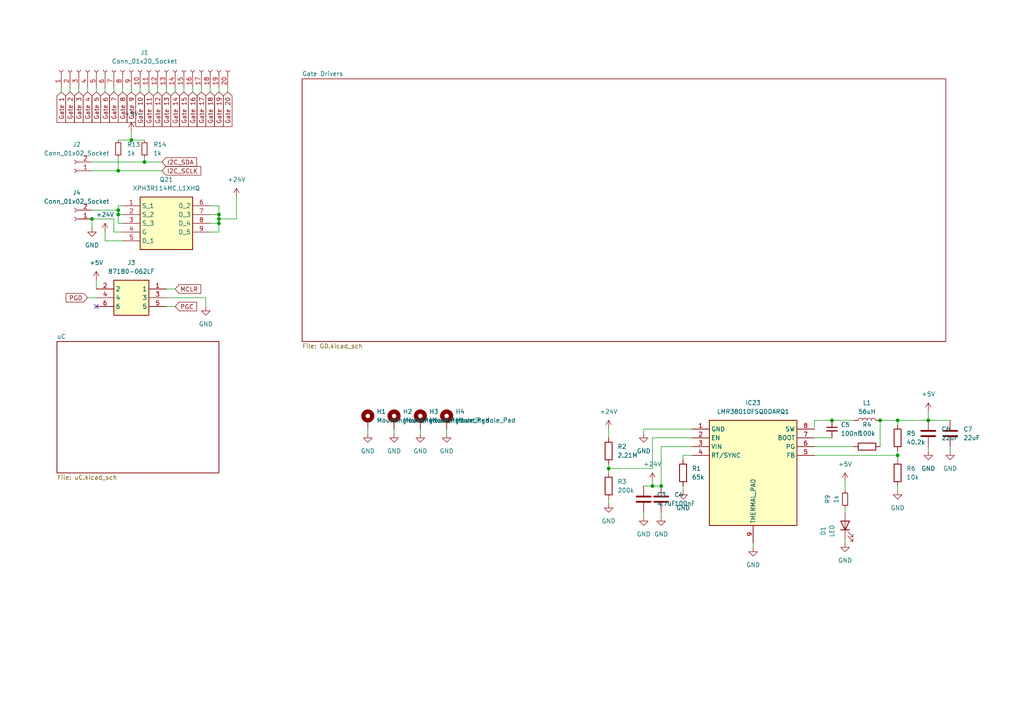
<source format=kicad_sch>
(kicad_sch (version 20230121) (generator eeschema)
  (paper "A4")
  (lib_symbols
    (symbol "87180-062LF:87180-062LF"
      (property "Reference" "J" (at 16.51 7.62 0))
      (property "Value" "87180-062LF" (at 16.51 5.08 0))
      (symbol "87180-062LF_1_1"
        (rectangle (start 5.08 2.54) (end 15.24 -7.62) (stroke (width 0.254)) (fill (type background)))
        (pin passive line (at 20.32 0 180) (length 5.08) (name "1") (number "1"))
        (pin passive line (at 0 0 0) (length 5.08) (name "2") (number "2"))
        (pin passive line (at 20.32 -2.54 180) (length 5.08) (name "3") (number "3"))
        (pin passive line (at 0 -2.54 0) (length 5.08) (name "4") (number "4"))
        (pin passive line (at 20.32 -5.08 180) (length 5.08) (name "5") (number "5"))
        (pin passive line (at 0 -5.08 0) (length 5.08) (name "6") (number "6"))
      )
    )
    (symbol "Connector:Conn_01x02_Socket" (pin_names (offset 1.016) hide)
      (property "Reference" "J" (at 0 2.54 0))
      (property "Value" "Conn_01x02_Socket" (at 0 -5.08 0))
      (symbol "Conn_01x02_Socket_1_1"
        (arc (start 0 -2.032) (mid -0.5058 -2.54) (end 0 -3.048) (stroke (width 0.1524)))
        (polyline (pts (xy -1.27 -2.54) (xy -0.508 -2.54)) (stroke (width 0.1524)))
        (polyline (pts (xy -1.27 0) (xy -0.508 0)) (stroke (width 0.1524)))
        (arc (start 0 0.508) (mid -0.5058 0) (end 0 -0.508) (stroke (width 0.1524)))
        (pin passive line (at -5.08 0 0) (length 3.81) (name "Pin_1") (number "1"))
        (pin passive line (at -5.08 -2.54 0) (length 3.81) (name "Pin_2") (number "2"))
      )
    )
    (symbol "Connector:Conn_01x20_Socket" (pin_names (offset 1.016) hide)
      (property "Reference" "J" (at 0 25.4 0))
      (property "Value" "Conn_01x20_Socket" (at 0 -27.94 0))
      (symbol "Conn_01x20_Socket_1_1"
        (arc (start 0 -24.892) (mid -0.5058 -25.4) (end 0 -25.908) (stroke (width 0.1524)))
        (arc (start 0 -22.352) (mid -0.5058 -22.86) (end 0 -23.368) (stroke (width 0.1524)))
        (arc (start 0 -19.812) (mid -0.5058 -20.32) (end 0 -20.828) (stroke (width 0.1524)))
        (arc (start 0 -17.272) (mid -0.5058 -17.78) (end 0 -18.288) (stroke (width 0.1524)))
        (arc (start 0 -14.732) (mid -0.5058 -15.24) (end 0 -15.748) (stroke (width 0.1524)))
        (arc (start 0 -12.192) (mid -0.5058 -12.7) (end 0 -13.208) (stroke (width 0.1524)))
        (arc (start 0 -9.652) (mid -0.5058 -10.16) (end 0 -10.668) (stroke (width 0.1524)))
        (arc (start 0 -7.112) (mid -0.5058 -7.62) (end 0 -8.128) (stroke (width 0.1524)))
        (arc (start 0 -4.572) (mid -0.5058 -5.08) (end 0 -5.588) (stroke (width 0.1524)))
        (arc (start 0 -2.032) (mid -0.5058 -2.54) (end 0 -3.048) (stroke (width 0.1524)))
        (polyline (pts (xy -1.27 -25.4) (xy -0.508 -25.4)) (stroke (width 0.1524)))
        (polyline (pts (xy -1.27 -22.86) (xy -0.508 -22.86)) (stroke (width 0.1524)))
        (polyline (pts (xy -1.27 -20.32) (xy -0.508 -20.32)) (stroke (width 0.1524)))
        (polyline (pts (xy -1.27 -17.78) (xy -0.508 -17.78)) (stroke (width 0.1524)))
        (polyline (pts (xy -1.27 -15.24) (xy -0.508 -15.24)) (stroke (width 0.1524)))
        (polyline (pts (xy -1.27 -12.7) (xy -0.508 -12.7)) (stroke (width 0.1524)))
        (polyline (pts (xy -1.27 -10.16) (xy -0.508 -10.16)) (stroke (width 0.1524)))
        (polyline (pts (xy -1.27 -7.62) (xy -0.508 -7.62)) (stroke (width 0.1524)))
        (polyline (pts (xy -1.27 -5.08) (xy -0.508 -5.08)) (stroke (width 0.1524)))
        (polyline (pts (xy -1.27 -2.54) (xy -0.508 -2.54)) (stroke (width 0.1524)))
        (polyline (pts (xy -1.27 0) (xy -0.508 0)) (stroke (width 0.1524)))
        (polyline (pts (xy -1.27 2.54) (xy -0.508 2.54)) (stroke (width 0.1524)))
        (polyline (pts (xy -1.27 5.08) (xy -0.508 5.08)) (stroke (width 0.1524)))
        (polyline (pts (xy -1.27 7.62) (xy -0.508 7.62)) (stroke (width 0.1524)))
        (polyline (pts (xy -1.27 10.16) (xy -0.508 10.16)) (stroke (width 0.1524)))
        (polyline (pts (xy -1.27 12.7) (xy -0.508 12.7)) (stroke (width 0.1524)))
        (polyline (pts (xy -1.27 15.24) (xy -0.508 15.24)) (stroke (width 0.1524)))
        (polyline (pts (xy -1.27 17.78) (xy -0.508 17.78)) (stroke (width 0.1524)))
        (polyline (pts (xy -1.27 20.32) (xy -0.508 20.32)) (stroke (width 0.1524)))
        (polyline (pts (xy -1.27 22.86) (xy -0.508 22.86)) (stroke (width 0.1524)))
        (arc (start 0 0.508) (mid -0.5058 0) (end 0 -0.508) (stroke (width 0.1524)))
        (arc (start 0 3.048) (mid -0.5058 2.54) (end 0 2.032) (stroke (width 0.1524)))
        (arc (start 0 5.588) (mid -0.5058 5.08) (end 0 4.572) (stroke (width 0.1524)))
        (arc (start 0 8.128) (mid -0.5058 7.62) (end 0 7.112) (stroke (width 0.1524)))
        (arc (start 0 10.668) (mid -0.5058 10.16) (end 0 9.652) (stroke (width 0.1524)))
        (arc (start 0 13.208) (mid -0.5058 12.7) (end 0 12.192) (stroke (width 0.1524)))
        (arc (start 0 15.748) (mid -0.5058 15.24) (end 0 14.732) (stroke (width 0.1524)))
        (arc (start 0 18.288) (mid -0.5058 17.78) (end 0 17.272) (stroke (width 0.1524)))
        (arc (start 0 20.828) (mid -0.5058 20.32) (end 0 19.812) (stroke (width 0.1524)))
        (arc (start 0 23.368) (mid -0.5058 22.86) (end 0 22.352) (stroke (width 0.1524)))
        (pin passive line (at -5.08 22.86 0) (length 3.81) (name "Pin_1") (number "1"))
        (pin passive line (at -5.08 0 0) (length 3.81) (name "Pin_10") (number "10"))
        (pin passive line (at -5.08 -2.54 0) (length 3.81) (name "Pin_11") (number "11"))
        (pin passive line (at -5.08 -5.08 0) (length 3.81) (name "Pin_12") (number "12"))
        (pin passive line (at -5.08 -7.62 0) (length 3.81) (name "Pin_13") (number "13"))
        (pin passive line (at -5.08 -10.16 0) (length 3.81) (name "Pin_14") (number "14"))
        (pin passive line (at -5.08 -12.7 0) (length 3.81) (name "Pin_15") (number "15"))
        (pin passive line (at -5.08 -15.24 0) (length 3.81) (name "Pin_16") (number "16"))
        (pin passive line (at -5.08 -17.78 0) (length 3.81) (name "Pin_17") (number "17"))
        (pin passive line (at -5.08 -20.32 0) (length 3.81) (name "Pin_18") (number "18"))
        (pin passive line (at -5.08 -22.86 0) (length 3.81) (name "Pin_19") (number "19"))
        (pin passive line (at -5.08 20.32 0) (length 3.81) (name "Pin_2") (number "2"))
        (pin passive line (at -5.08 -25.4 0) (length 3.81) (name "Pin_20") (number "20"))
        (pin passive line (at -5.08 17.78 0) (length 3.81) (name "Pin_3") (number "3"))
        (pin passive line (at -5.08 15.24 0) (length 3.81) (name "Pin_4") (number "4"))
        (pin passive line (at -5.08 12.7 0) (length 3.81) (name "Pin_5") (number "5"))
        (pin passive line (at -5.08 10.16 0) (length 3.81) (name "Pin_6") (number "6"))
        (pin passive line (at -5.08 7.62 0) (length 3.81) (name "Pin_7") (number "7"))
        (pin passive line (at -5.08 5.08 0) (length 3.81) (name "Pin_8") (number "8"))
        (pin passive line (at -5.08 2.54 0) (length 3.81) (name "Pin_9") (number "9"))
      )
    )
    (symbol "Device:C" (pin_numbers hide) (pin_names (offset 0.254))
      (property "Reference" "C" (at 0.635 2.54 0))
      (property "Value" "C" (at 0.635 -2.54 0))
      (symbol "C_0_1"
        (polyline (pts (xy -2.032 -0.762) (xy 2.032 -0.762)) (stroke (width 0.508)))
        (polyline (pts (xy -2.032 0.762) (xy 2.032 0.762)) (stroke (width 0.508)))
      )
      (symbol "C_1_1"
        (pin passive line (at 0 3.81 270) (length 2.794) (name "~") (number "1"))
        (pin passive line (at 0 -3.81 90) (length 2.794) (name "~") (number "2"))
      )
    )
    (symbol "Device:C_Small" (pin_numbers hide) (pin_names (offset 0.254) hide)
      (property "Reference" "C" (at 0.254 1.778 0))
      (property "Value" "C_Small" (at 0.254 -2.032 0))
      (symbol "C_Small_0_1"
        (polyline (pts (xy -1.524 -0.508) (xy 1.524 -0.508)) (stroke (width 0.3302)))
        (polyline (pts (xy -1.524 0.508) (xy 1.524 0.508)) (stroke (width 0.3048)))
      )
      (symbol "C_Small_1_1"
        (pin passive line (at 0 2.54 270) (length 2.032) (name "~") (number "1"))
        (pin passive line (at 0 -2.54 90) (length 2.032) (name "~") (number "2"))
      )
    )
    (symbol "Device:L" (pin_numbers hide) (pin_names (offset 1.016) hide)
      (property "Reference" "L" (at -1.27 0 90))
      (property "Value" "L" (at 1.905 0 90))
      (symbol "L_0_1"
        (arc (start 0 -2.54) (mid 0.6323 -1.905) (end 0 -1.27))
        (arc (start 0 -1.27) (mid 0.6323 -0.635) (end 0 0))
        (arc (start 0 0) (mid 0.6323 0.635) (end 0 1.27))
        (arc (start 0 1.27) (mid 0.6323 1.905) (end 0 2.54))
      )
      (symbol "L_1_1"
        (pin passive line (at 0 3.81 270) (length 1.27) (name "1") (number "1"))
        (pin passive line (at 0 -3.81 90) (length 1.27) (name "2") (number "2"))
      )
    )
    (symbol "Device:LED" (pin_numbers hide) (pin_names (offset 1.016) hide)
      (property "Reference" "D" (at 0 2.54 0))
      (property "Value" "LED" (at 0 -2.54 0))
      (symbol "LED_0_1"
        (polyline (pts (xy -1.27 -1.27) (xy -1.27 1.27)) (stroke (width 0.254)))
        (polyline (pts (xy -1.27 0) (xy 1.27 0)))
        (polyline (pts (xy 1.27 -1.27) (xy 1.27 1.27) (xy -1.27 0) (xy 1.27 -1.27)) (stroke (width 0.254)))
        (polyline (pts (xy -3.048 -0.762) (xy -4.572 -2.286) (xy -3.81 -2.286) (xy -4.572 -2.286) (xy -4.572 -1.524)))
        (polyline (pts (xy -1.778 -0.762) (xy -3.302 -2.286) (xy -2.54 -2.286) (xy -3.302 -2.286) (xy -3.302 -1.524)))
      )
      (symbol "LED_1_1"
        (pin passive line (at -3.81 0 0) (length 2.54) (name "K") (number "1"))
        (pin passive line (at 3.81 0 180) (length 2.54) (name "A") (number "2"))
      )
    )
    (symbol "Device:R" (pin_numbers hide) (pin_names (offset 0))
      (property "Reference" "R" (at 2.032 0 90))
      (property "Value" "R" (at 0 0 90))
      (symbol "R_0_1"
        (rectangle (start -1.016 -2.54) (end 1.016 2.54) (stroke (width 0.254)))
      )
      (symbol "R_1_1"
        (pin passive line (at 0 3.81 270) (length 1.27) (name "~") (number "1"))
        (pin passive line (at 0 -3.81 90) (length 1.27) (name "~") (number "2"))
      )
    )
    (symbol "Device:R_Small" (pin_numbers hide) (pin_names (offset 0.254) hide)
      (property "Reference" "R" (at 0.762 0.508 0))
      (property "Value" "R_Small" (at 0.762 -1.016 0))
      (symbol "R_Small_0_1"
        (rectangle (start -0.762 1.778) (end 0.762 -1.778) (stroke (width 0.2032)))
      )
      (symbol "R_Small_1_1"
        (pin passive line (at 0 2.54 270) (length 0.762) (name "~") (number "1"))
        (pin passive line (at 0 -2.54 90) (length 0.762) (name "~") (number "2"))
      )
    )
    (symbol "LMR38010FSQDDARQ1:LMR38010FSQDDARQ1"
      (property "Reference" "IC" (at 31.75 7.62 0))
      (property "Value" "LMR38010FSQDDARQ1" (at 31.75 5.08 0))
      (symbol "LMR38010FSQDDARQ1_1_1"
        (rectangle (start 5.08 2.54) (end 30.48 -27.94) (stroke (width 0.254)) (fill (type background)))
        (pin passive line (at 0 0 0) (length 5.08) (name "GND") (number "1"))
        (pin passive line (at 0 -2.54 0) (length 5.08) (name "EN") (number "2"))
        (pin passive line (at 0 -5.08 0) (length 5.08) (name "VIN") (number "3"))
        (pin passive line (at 0 -7.62 0) (length 5.08) (name "RT/SYNC") (number "4"))
        (pin passive line (at 35.56 -7.62 180) (length 5.08) (name "FB") (number "5"))
        (pin passive line (at 35.56 -5.08 180) (length 5.08) (name "PG") (number "6"))
        (pin passive line (at 35.56 -2.54 180) (length 5.08) (name "BOOT") (number "7"))
        (pin passive line (at 35.56 0 180) (length 5.08) (name "SW") (number "8"))
        (pin passive line (at 17.78 -33.02 90) (length 5.08) (name "THERMAL_PAD") (number "9"))
      )
    )
    (symbol "Mechanical:MountingHole_Pad" (pin_numbers hide) (pin_names (offset 1.016) hide)
      (property "Reference" "H" (at 0 6.35 0))
      (property "Value" "MountingHole_Pad" (at 0 4.445 0))
      (symbol "MountingHole_Pad_0_1"
        (circle (center 0 1.27) (radius 1.27) (stroke (width 1.27)))
      )
      (symbol "MountingHole_Pad_1_1"
        (pin input line (at 0 -2.54 90) (length 2.54) (name "1") (number "1"))
      )
    )
    (symbol "XPH3R114MC_L1XHQ:XPH3R114MC,L1XHQ"
      (property "Reference" "Q" (at 21.59 7.62 0))
      (property "Value" "XPH3R114MC,L1XHQ" (at 21.59 5.08 0))
      (symbol "XPH3R114MC,L1XHQ_1_1"
        (rectangle (start 5.08 2.54) (end 20.32 -12.7) (stroke (width 0.254)) (fill (type background)))
        (pin passive line (at 0 0 0) (length 5.08) (name "S_1") (number "1"))
        (pin passive line (at 0 -2.54 0) (length 5.08) (name "S_2") (number "2"))
        (pin passive line (at 0 -5.08 0) (length 5.08) (name "S_3") (number "3"))
        (pin passive line (at 0 -7.62 0) (length 5.08) (name "G") (number "4"))
        (pin passive line (at 0 -10.16 0) (length 5.08) (name "D_1") (number "5"))
        (pin passive line (at 25.4 0 180) (length 5.08) (name "D_2") (number "6"))
        (pin passive line (at 25.4 -2.54 180) (length 5.08) (name "D_3") (number "7"))
        (pin passive line (at 25.4 -5.08 180) (length 5.08) (name "D_4") (number "8"))
        (pin passive line (at 25.4 -7.62 180) (length 5.08) (name "D_5") (number "9"))
      )
    )
    (symbol "power:+24V" (power) (pin_names (offset 0))
      (property "Value" "+24V" (at 0 3.556 0))
      (symbol "+24V_0_1"
        (polyline (pts (xy -0.762 1.27) (xy 0 2.54)))
        (polyline (pts (xy 0 0) (xy 0 2.54)))
        (polyline (pts (xy 0 2.54) (xy 0.762 1.27)))
      )
      (symbol "+24V_1_1"
        (pin power_in line (at 0 0 90) (length 0) hide (name "+24V") (number "1"))
      )
    )
    (symbol "power:+5V" (power) (pin_names (offset 0))
      (property "Value" "+5V" (at 0 3.556 0))
      (symbol "+5V_0_1"
        (polyline (pts (xy -0.762 1.27) (xy 0 2.54)))
        (polyline (pts (xy 0 0) (xy 0 2.54)))
        (polyline (pts (xy 0 2.54) (xy 0.762 1.27)))
      )
      (symbol "+5V_1_1"
        (pin power_in line (at 0 0 90) (length 0) hide (name "+5V") (number "1"))
      )
    )
    (symbol "power:GND" (power) (pin_names (offset 0))
      (property "Value" "GND" (at 0 -3.81 0))
      (symbol "GND_0_1"
        (polyline (pts (xy 0 0) (xy 0 -1.27) (xy 1.27 -1.27) (xy 0 -2.54) (xy -1.27 -1.27) (xy 0 -1.27)))
      )
      (symbol "GND_1_1"
        (pin power_in line (at 0 0 270) (length 0) hide (name "GND") (number "1"))
      )
    )
  )
  (junction (at 260.35 121.92))
  (junction (at 269.24 121.92))
  (junction (at 260.35 132.08))
  (junction (at 241.3 121.92))
  (junction (at 255.27 121.92))
  (junction (at 34.29 62.23))
  (junction (at 63.5 62.23))
  (junction (at 176.53 135.89))
  (junction (at 63.5 64.77))
  (junction (at 34.29 60.96))
  (junction (at 41.91 46.99))
  (junction (at 189.23 140.97))
  (junction (at 38.1 40.64))
  (junction (at 34.29 49.53))
  (junction (at 26.67 63.5))
  (junction (at 63.5 63.5))
  (junction (at 191.77 140.97))
  (no_connect (at 27.94 88.9))
  (wire (pts (xy 17.78 25.4) (xy 17.78 26.67)))
  (wire (pts (xy 40.64 25.4) (xy 40.64 26.67)))
  (wire (pts (xy 245.11 148.59) (xy 245.11 147.32)))
  (wire (pts (xy 260.35 130.81) (xy 260.35 132.08)))
  (wire (pts (xy 189.23 127) (xy 189.23 135.89)))
  (wire (pts (xy 34.29 60.96) (xy 34.29 62.23)))
  (wire (pts (xy 189.23 139.7) (xy 189.23 140.97)))
  (wire (pts (xy 60.96 64.77) (xy 63.5 64.77)))
  (wire (pts (xy 38.1 25.4) (xy 38.1 26.67)))
  (wire (pts (xy 241.3 121.92) (xy 247.65 121.92)))
  (wire (pts (xy 186.69 124.46) (xy 200.66 124.46)))
  (wire (pts (xy 106.68 124.46) (xy 106.68 125.73)))
  (wire (pts (xy 60.96 67.31) (xy 63.5 67.31)))
  (wire (pts (xy 186.69 148.59) (xy 186.69 149.86)))
  (wire (pts (xy 176.53 134.62) (xy 176.53 135.89)))
  (wire (pts (xy 55.88 25.4) (xy 55.88 26.67)))
  (wire (pts (xy 30.48 25.4) (xy 30.48 26.67)))
  (wire (pts (xy 33.02 67.31) (xy 35.56 67.31)))
  (wire (pts (xy 68.58 57.15) (xy 68.58 63.5)))
  (wire (pts (xy 30.48 69.85) (xy 35.56 69.85)))
  (wire (pts (xy 20.32 25.4) (xy 20.32 26.67)))
  (wire (pts (xy 269.24 119.38) (xy 269.24 121.92)))
  (wire (pts (xy 236.22 129.54) (xy 247.65 129.54)))
  (wire (pts (xy 34.29 49.53) (xy 46.99 49.53)))
  (wire (pts (xy 60.96 25.4) (xy 60.96 26.67)))
  (wire (pts (xy 41.91 46.99) (xy 46.99 46.99)))
  (wire (pts (xy 30.48 67.31) (xy 30.48 69.85)))
  (wire (pts (xy 26.67 63.5) (xy 33.02 63.5)))
  (wire (pts (xy 25.4 86.36) (xy 27.94 86.36)))
  (wire (pts (xy 34.29 62.23) (xy 34.29 64.77)))
  (wire (pts (xy 66.04 25.4) (xy 66.04 26.67)))
  (wire (pts (xy 26.67 46.99) (xy 41.91 46.99)))
  (wire (pts (xy 26.67 60.96) (xy 34.29 60.96)))
  (wire (pts (xy 63.5 59.69) (xy 63.5 62.23)))
  (wire (pts (xy 60.96 62.23) (xy 63.5 62.23)))
  (wire (pts (xy 245.11 139.7) (xy 245.11 142.24)))
  (wire (pts (xy 22.86 25.4) (xy 22.86 26.67)))
  (wire (pts (xy 48.26 83.82) (xy 50.8 83.82)))
  (wire (pts (xy 236.22 121.92) (xy 241.3 121.92)))
  (wire (pts (xy 41.91 45.72) (xy 41.91 46.99)))
  (wire (pts (xy 176.53 144.78) (xy 176.53 146.05)))
  (wire (pts (xy 176.53 135.89) (xy 176.53 137.16)))
  (wire (pts (xy 186.69 124.46) (xy 186.69 125.73)))
  (wire (pts (xy 189.23 127) (xy 200.66 127)))
  (wire (pts (xy 236.22 127) (xy 241.3 127)))
  (wire (pts (xy 176.53 135.89) (xy 189.23 135.89)))
  (wire (pts (xy 218.44 157.48) (xy 218.44 158.75)))
  (wire (pts (xy 63.5 62.23) (xy 63.5 63.5)))
  (wire (pts (xy 59.69 86.36) (xy 59.69 88.9)))
  (wire (pts (xy 34.29 64.77) (xy 35.56 64.77)))
  (wire (pts (xy 269.24 121.92) (xy 275.59 121.92)))
  (wire (pts (xy 260.35 121.92) (xy 269.24 121.92)))
  (wire (pts (xy 48.26 25.4) (xy 48.26 26.67)))
  (wire (pts (xy 25.4 25.4) (xy 25.4 26.67)))
  (wire (pts (xy 48.26 88.9) (xy 50.8 88.9)))
  (wire (pts (xy 26.67 63.5) (xy 26.67 66.04)))
  (wire (pts (xy 45.72 25.4) (xy 45.72 26.67)))
  (wire (pts (xy 121.92 124.46) (xy 121.92 125.73)))
  (wire (pts (xy 27.94 25.4) (xy 27.94 26.67)))
  (wire (pts (xy 34.29 45.72) (xy 34.29 49.53)))
  (wire (pts (xy 275.59 129.54) (xy 275.59 130.81)))
  (wire (pts (xy 191.77 129.54) (xy 200.66 129.54)))
  (wire (pts (xy 38.1 40.64) (xy 41.91 40.64)))
  (wire (pts (xy 50.8 25.4) (xy 50.8 26.67)))
  (wire (pts (xy 43.18 25.4) (xy 43.18 26.67)))
  (wire (pts (xy 58.42 25.4) (xy 58.42 26.67)))
  (wire (pts (xy 260.35 121.92) (xy 260.35 123.19)))
  (wire (pts (xy 63.5 63.5) (xy 63.5 64.77)))
  (wire (pts (xy 63.5 25.4) (xy 63.5 26.67)))
  (wire (pts (xy 176.53 124.46) (xy 176.53 127)))
  (wire (pts (xy 189.23 140.97) (xy 191.77 140.97)))
  (wire (pts (xy 198.12 132.08) (xy 200.66 132.08)))
  (wire (pts (xy 26.67 49.53) (xy 34.29 49.53)))
  (wire (pts (xy 35.56 25.4) (xy 35.56 26.67)))
  (wire (pts (xy 269.24 129.54) (xy 269.24 130.81)))
  (wire (pts (xy 63.5 63.5) (xy 68.58 63.5)))
  (wire (pts (xy 114.3 124.46) (xy 114.3 125.73)))
  (wire (pts (xy 34.29 62.23) (xy 35.56 62.23)))
  (wire (pts (xy 63.5 64.77) (xy 63.5 67.31)))
  (wire (pts (xy 191.77 129.54) (xy 191.77 140.97)))
  (wire (pts (xy 27.94 81.28) (xy 27.94 83.82)))
  (wire (pts (xy 186.69 140.97) (xy 189.23 140.97)))
  (wire (pts (xy 33.02 63.5) (xy 33.02 67.31)))
  (wire (pts (xy 191.77 148.59) (xy 191.77 149.86)))
  (wire (pts (xy 260.35 132.08) (xy 260.35 133.35)))
  (wire (pts (xy 34.29 59.69) (xy 34.29 60.96)))
  (wire (pts (xy 260.35 140.97) (xy 260.35 142.24)))
  (wire (pts (xy 245.11 156.21) (xy 245.11 157.48)))
  (wire (pts (xy 48.26 86.36) (xy 59.69 86.36)))
  (wire (pts (xy 60.96 59.69) (xy 63.5 59.69)))
  (wire (pts (xy 34.29 59.69) (xy 35.56 59.69)))
  (wire (pts (xy 34.29 40.64) (xy 38.1 40.64)))
  (wire (pts (xy 38.1 38.1) (xy 38.1 40.64)))
  (wire (pts (xy 33.02 25.4) (xy 33.02 26.67)))
  (wire (pts (xy 198.12 132.08) (xy 198.12 133.35)))
  (wire (pts (xy 198.12 140.97) (xy 198.12 142.24)))
  (wire (pts (xy 129.54 124.46) (xy 129.54 125.73)))
  (wire (pts (xy 53.34 25.4) (xy 53.34 26.67)))
  (wire (pts (xy 255.27 121.92) (xy 255.27 129.54)))
  (wire (pts (xy 236.22 132.08) (xy 260.35 132.08)))
  (wire (pts (xy 255.27 121.92) (xy 260.35 121.92)))
  (wire (pts (xy 236.22 121.92) (xy 236.22 124.46)))
  (global_label "Gate 15" (shape input) (at 53.34 26.67 270) (property "Intersheetrefs" "${INTERSHEET_REFS}" (effects hide)))
  (global_label "MCLR" (shape input) (at 50.8 83.82 0) (property "Intersheetrefs" "${INTERSHEET_REFS}" (effects hide)))
  (global_label "Gate 5" (shape input) (at 27.94 26.67 270) (property "Intersheetrefs" "${INTERSHEET_REFS}" (effects hide)))
  (global_label "Gate 8" (shape input) (at 35.56 26.67 270) (property "Intersheetrefs" "${INTERSHEET_REFS}" (effects hide)))
  (global_label "Gate 20" (shape input) (at 66.04 26.67 270) (property "Intersheetrefs" "${INTERSHEET_REFS}" (effects hide)))
  (global_label "Gate 3" (shape input) (at 22.86 26.67 270) (property "Intersheetrefs" "${INTERSHEET_REFS}" (effects hide)))
  (global_label "Gate 18" (shape input) (at 60.96 26.67 270) (property "Intersheetrefs" "${INTERSHEET_REFS}" (effects hide)))
  (global_label "Gate 11" (shape input) (at 43.18 26.67 270) (property "Intersheetrefs" "${INTERSHEET_REFS}" (effects hide)))
  (global_label "Gate 12" (shape input) (at 45.72 26.67 270) (property "Intersheetrefs" "${INTERSHEET_REFS}" (effects hide)))
  (global_label "I2C_SDA" (shape input) (at 46.99 46.99 0) (property "Intersheetrefs" "I2C{SDA}" (effects hide)))
  (global_label "Gate 16" (shape input) (at 55.88 26.67 270) (property "Intersheetrefs" "${INTERSHEET_REFS}" (effects hide)))
  (global_label "Gate 10" (shape input) (at 40.64 26.67 270) (property "Intersheetrefs" "${INTERSHEET_REFS}" (effects hide)))
  (global_label "Gate 7" (shape input) (at 33.02 26.67 270) (property "Intersheetrefs" "${INTERSHEET_REFS}" (effects hide)))
  (global_label "Gate 4" (shape input) (at 25.4 26.67 270) (property "Intersheetrefs" "${INTERSHEET_REFS}" (effects hide)))
  (global_label "Gate 9" (shape input) (at 38.1 26.67 270) (property "Intersheetrefs" "${INTERSHEET_REFS}" (effects hide)))
  (global_label "Gate 2" (shape input) (at 20.32 26.67 270) (property "Intersheetrefs" "${INTERSHEET_REFS}" (effects hide)))
  (global_label "Gate 1" (shape input) (at 17.78 26.67 270) (property "Intersheetrefs" "${INTERSHEET_REFS}" (effects hide)))
  (global_label "Gate 13" (shape input) (at 48.26 26.67 270) (property "Intersheetrefs" "${INTERSHEET_REFS}" (effects hide)))
  (global_label "I2C_SCLK" (shape input) (at 46.99 49.53 0) (property "Intersheetrefs" "I2C{SCLK}" (effects hide)))
  (global_label "Gate 17" (shape input) (at 58.42 26.67 270) (property "Intersheetrefs" "${INTERSHEET_REFS}" (effects hide)))
  (global_label "Gate 6" (shape input) (at 30.48 26.67 270) (property "Intersheetrefs" "${INTERSHEET_REFS}" (effects hide)))
  (global_label "PGD" (shape input) (at 25.4 86.36 180) (property "Intersheetrefs" "${INTERSHEET_REFS}" (effects hide)))
  (global_label "PGC" (shape input) (at 50.8 88.9 0) (property "Intersheetrefs" "${INTERSHEET_REFS}" (effects hide)))
  (global_label "Gate 19" (shape input) (at 63.5 26.67 270) (property "Intersheetrefs" "${INTERSHEET_REFS}" (effects hide)))
  (global_label "Gate 14" (shape input) (at 50.8 26.67 270) (property "Intersheetrefs" "${INTERSHEET_REFS}" (effects hide)))
  (symbol (lib_id "Connector:Conn_01x02_Socket") (at 21.59 49.53 180) (unit 1)
    (property "Reference" "J2" (at 22.225 41.91 0))
    (property "Value" "Conn_01x02_Socket" (at 22.225 44.45 0))
    (property "Footprint" "Library:43045-02YY" (effects hide))
  )
  (symbol (lib_id "Device:C_Small") (at 241.3 124.46 0) (unit 1)
    (property "Reference" "C5" (at 243.84 123.1963 0) (effects (justify left)))
    (property "Value" "100nF" (at 243.84 125.7363 0) (effects (justify left)))
    (property "Footprint" "Capacitor_SMD:C_0805_2012Metric_Pad1.18x1.45mm_HandSolder" (effects hide))
  )
  (symbol (lib_id "power:GND") (at 275.59 130.81 0) (unit 1)
    (property "Reference" "#PWR047" (effects hide))
    (property "Value" "GND" (at 275.59 135.89 0))
  )
  (symbol (lib_id "power:+24V") (at 30.48 67.31 0) (unit 1)
    (property "Reference" "#PWR068" (effects hide))
    (property "Value" "+24V" (at 30.48 62.23 0))
  )
  (symbol (lib_id "power:GND") (at 198.12 142.24 0) (unit 1)
    (property "Reference" "#PWR039" (effects hide))
    (property "Value" "GND" (at 198.12 147.32 0))
  )
  (symbol (lib_id "Mechanical:MountingHole_Pad") (at 121.92 121.92 0) (unit 1)
    (property "Reference" "H3" (at 124.46 119.38 0) (effects (justify left)))
    (property "Value" "MountingHole_Pad" (at 124.46 121.92 0) (effects (justify left)))
    (property "Footprint" "MountingHole:MountingHole_4.5mm_Pad" (effects hide))
  )
  (symbol (lib_id "power:GND") (at 269.24 130.81 0) (unit 1)
    (property "Reference" "#PWR046" (effects hide))
    (property "Value" "GND" (at 269.24 135.89 0))
  )
  (symbol (lib_id "power:+5V") (at 269.24 119.38 0) (unit 1)
    (property "Reference" "#PWR048" (effects hide))
    (property "Value" "+5V" (at 269.24 114.3 0))
  )
  (symbol (lib_id "Device:R") (at 251.46 129.54 90) (unit 1)
    (property "Reference" "R4" (at 251.46 123.19 90))
    (property "Value" "100k" (at 251.46 125.73 90))
    (property "Footprint" "Resistor_SMD:R_0805_2012Metric_Pad1.20x1.40mm_HandSolder" (effects hide))
  )
  (symbol (lib_id "power:GND") (at 191.77 149.86 0) (unit 1)
    (property "Reference" "#PWR043" (effects hide))
    (property "Value" "GND" (at 191.77 154.94 0))
  )
  (symbol (lib_id "power:+5V") (at 27.94 81.28 0) (unit 1)
    (property "Reference" "#PWR062" (effects hide))
    (property "Value" "+5V" (at 27.94 76.2 0))
  )
  (symbol (lib_id "Connector:Conn_01x20_Socket") (at 40.64 20.32 90) (unit 1)
    (property "Reference" "J1" (at 41.91 15.24 90))
    (property "Value" "Conn_01x20_Socket" (at 41.91 17.78 90))
    (property "Footprint" "Library:43045-20_00,01,02,10_" (effects hide))
  )
  (symbol (lib_id "Device:C") (at 186.69 144.78 0) (unit 1)
    (property "Reference" "C3" (at 190.5 143.51 0) (effects (justify left)))
    (property "Value" "4.7uF" (at 190.5 146.05 0) (effects (justify left)))
    (property "Footprint" "Capacitor_SMD:C_0805_2012Metric_Pad1.18x1.45mm_HandSolder" (effects hide))
  )
  (symbol (lib_id "Device:C") (at 191.77 144.78 0) (unit 1)
    (property "Reference" "C4" (at 195.58 143.51 0) (effects (justify left)))
    (property "Value" "100nF" (at 195.58 146.05 0) (effects (justify left)))
    (property "Footprint" "Capacitor_SMD:C_0805_2012Metric_Pad1.18x1.45mm_HandSolder" (effects hide))
  )
  (symbol (lib_id "power:GND") (at 26.67 66.04 0) (unit 1)
    (property "Reference" "#PWR066" (effects hide))
    (property "Value" "GND" (at 26.67 71.12 0))
  )
  (symbol (lib_id "87180-062LF:87180-062LF") (at 27.94 83.82 0) (unit 1)
    (property "Reference" "J3" (at 38.1 76.2 0))
    (property "Value" "87180-062LF" (at 38.1 78.74 0))
    (property "Footprint" "Library:87180062LF" (effects hide))
    (property "Datasheet" "https://cdn.amphenol-cs.com/media/wysiwyg/files/drawing/87180.pdf" (effects hide))
    (property "Height" "11.55" (effects hide))
    (property "Mouser Part Number" "649-87180-062LF" (effects hide))
    (property "Mouser Price/Stock" "https://www.mouser.co.uk/ProductDetail/Amphenol-FCI/87180-062LF?qs=dzoBT28%252BaSRhLtBQpiuXZw%3D%3D" (effects hide))
    (property "Manufacturer_Name" "Amphenol Communications Solutions" (effects hide))
    (property "Manufacturer_Part_Number" "87180-062LF" (effects hide))
  )
  (symbol (lib_id "power:GND") (at 186.69 149.86 0) (unit 1)
    (property "Reference" "#PWR042" (effects hide))
    (property "Value" "GND" (at 186.69 154.94 0))
  )
  (symbol (lib_id "power:GND") (at 121.92 125.73 0) (unit 1)
    (property "Reference" "#PWR073" (effects hide))
    (property "Value" "GND" (at 121.92 130.81 0))
  )
  (symbol (lib_id "power:+24V") (at 176.53 124.46 0) (unit 1)
    (property "Reference" "#PWR038" (effects hide))
    (property "Value" "+24V" (at 176.53 119.38 0))
  )
  (symbol (lib_id "Mechanical:MountingHole_Pad") (at 129.54 121.92 0) (unit 1)
    (property "Reference" "H4" (at 132.08 119.38 0) (effects (justify left)))
    (property "Value" "MountingHole_Pad" (at 132.08 121.92 0) (effects (justify left)))
    (property "Footprint" "MountingHole:MountingHole_4.5mm_Pad" (effects hide))
  )
  (symbol (lib_id "Mechanical:MountingHole_Pad") (at 114.3 121.92 0) (unit 1)
    (property "Reference" "H2" (at 116.84 119.38 0) (effects (justify left)))
    (property "Value" "MountingHole_Pad" (at 116.84 121.92 0) (effects (justify left)))
    (property "Footprint" "MountingHole:MountingHole_4.5mm_Pad" (effects hide))
  )
  (symbol (lib_id "power:GND") (at 176.53 146.05 0) (unit 1)
    (property "Reference" "#PWR040" (effects hide))
    (property "Value" "GND" (at 176.53 151.13 0))
  )
  (symbol (lib_id "power:GND") (at 186.69 125.73 0) (unit 1)
    (property "Reference" "#PWR037" (effects hide))
    (property "Value" "GND" (at 186.69 130.81 0))
  )
  (symbol (lib_id "power:GND") (at 106.68 125.73 0) (unit 1)
    (property "Reference" "#PWR071" (effects hide))
    (property "Value" "GND" (at 106.68 130.81 0))
  )
  (symbol (lib_id "Device:R") (at 198.12 137.16 0) (unit 1)
    (property "Reference" "R1" (at 200.66 135.89 0) (effects (justify left)))
    (property "Value" "65k" (at 200.66 138.43 0) (effects (justify left)))
    (property "Footprint" "Resistor_SMD:R_0805_2012Metric_Pad1.20x1.40mm_HandSolder" (effects hide))
  )
  (symbol (lib_id "Device:R") (at 176.53 130.81 0) (unit 1)
    (property "Reference" "R2" (at 179.07 129.54 0) (effects (justify left)))
    (property "Value" "2.21M" (at 179.07 132.08 0) (effects (justify left)))
    (property "Footprint" "Resistor_SMD:R_0805_2012Metric_Pad1.20x1.40mm_HandSolder" (effects hide))
  )
  (symbol (lib_id "power:+5V") (at 38.1 38.1 0) (unit 1)
    (property "Reference" "#PWR061" (effects hide))
    (property "Value" "+5V" (at 38.1 33.02 0))
  )
  (symbol (lib_id "Device:C") (at 275.59 125.73 0) (unit 1)
    (property "Reference" "C7" (at 279.4 124.46 0) (effects (justify left)))
    (property "Value" "22uF" (at 279.4 127 0) (effects (justify left)))
    (property "Footprint" "Library:EEHZT1E331UP" (effects hide))
  )
  (symbol (lib_id "Device:R") (at 260.35 137.16 0) (unit 1)
    (property "Reference" "R6" (at 262.89 135.89 0) (effects (justify left)))
    (property "Value" "10k" (at 262.89 138.43 0) (effects (justify left)))
    (property "Footprint" "Resistor_SMD:R_0805_2012Metric_Pad1.20x1.40mm_HandSolder" (effects hide))
  )
  (symbol (lib_id "XPH3R114MC_L1XHQ:XPH3R114MC,L1XHQ") (at 35.56 59.69 0) (unit 1)
    (property "Reference" "Q21" (at 48.26 52.07 0))
    (property "Value" "XPH3R114MC,L1XHQ" (at 48.26 54.61 0))
    (property "Footprint" "Library:XPH3R114MCL1XHQ" (effects hide))
    (property "Datasheet" "http://toshiba.semicon-storage.com/info/docget.jsp?did=63639&prodName=XPH3R114MC" (effects hide))
    (property "Height" "1" (effects hide))
    (property "Mouser Part Number" "757-XPH3R114MC,L1XHQ" (effects hide))
    (property "Mouser Price/Stock" "https://www.mouser.co.uk/ProductDetail/Toshiba/XPH3R114MCL1XHQ?qs=vmHwEFxEFR889Blcm7IkqQ%3D%3D" (effects hide))
    (property "Manufacturer_Name" "Toshiba" (effects hide))
    (property "Manufacturer_Part_Number" "XPH3R114MC,L1XHQ" (effects hide))
  )
  (symbol (lib_id "Device:LED") (at 245.11 152.4 90) (unit 1)
    (property "Reference" "D1" (at 238.76 153.9875 0))
    (property "Value" "LED" (at 241.3 153.9875 0))
    (property "Footprint" "LED_SMD:LED_0805_2012Metric_Pad1.15x1.40mm_HandSolder" (effects hide))
  )
  (symbol (lib_id "power:+24V") (at 68.58 57.15 0) (unit 1)
    (property "Reference" "#PWR067" (effects hide))
    (property "Value" "+24V" (at 68.58 52.07 0))
  )
  (symbol (lib_id "Device:C") (at 269.24 125.73 0) (unit 1)
    (property "Reference" "C6" (at 273.05 124.46 0) (effects (justify left)))
    (property "Value" "22uF" (at 273.05 127 0) (effects (justify left)))
    (property "Footprint" "Library:EEHZT1E331UP" (effects hide))
  )
  (symbol (lib_id "Device:R") (at 176.53 140.97 0) (unit 1)
    (property "Reference" "R3" (at 179.07 139.7 0) (effects (justify left)))
    (property "Value" "200k" (at 179.07 142.24 0) (effects (justify left)))
    (property "Footprint" "Resistor_SMD:R_0805_2012Metric_Pad1.20x1.40mm_HandSolder" (effects hide))
  )
  (symbol (lib_id "power:+5V") (at 245.11 139.7 0) (unit 1)
    (property "Reference" "#PWR060" (effects hide))
    (property "Value" "+5V" (at 245.11 134.62 0))
  )
  (symbol (lib_id "Connector:Conn_01x02_Socket") (at 21.59 63.5 180) (unit 1)
    (property "Reference" "J4" (at 22.225 55.88 0))
    (property "Value" "Conn_01x02_Socket" (at 22.225 58.42 0))
    (property "Footprint" "Library:43045-02YY" (effects hide))
  )
  (symbol (lib_id "power:GND") (at 245.11 157.48 0) (unit 1)
    (property "Reference" "#PWR059" (effects hide))
    (property "Value" "GND" (at 245.11 162.56 0))
  )
  (symbol (lib_id "power:GND") (at 129.54 125.73 0) (unit 1)
    (property "Reference" "#PWR074" (effects hide))
    (property "Value" "GND" (at 129.54 130.81 0))
  )
  (symbol (lib_id "power:+24V") (at 189.23 139.7 0) (unit 1)
    (property "Reference" "#PWR041" (effects hide))
    (property "Value" "+24V" (at 189.23 134.62 0))
  )
  (symbol (lib_id "Device:R_Small") (at 41.91 43.18 0) (unit 1)
    (property "Reference" "R14" (at 44.45 41.91 0) (effects (justify left)))
    (property "Value" "1k" (at 44.45 44.45 0) (effects (justify left)))
    (property "Footprint" "Resistor_SMD:R_0805_2012Metric_Pad1.20x1.40mm_HandSolder" (effects hide))
  )
  (symbol (lib_id "power:GND") (at 59.69 88.9 0) (unit 1)
    (property "Reference" "#PWR063" (effects hide))
    (property "Value" "GND" (at 59.69 93.98 0))
  )
  (symbol (lib_id "Device:R_Small") (at 34.29 43.18 0) (unit 1)
    (property "Reference" "R13" (at 36.83 41.91 0) (effects (justify left)))
    (property "Value" "1k" (at 36.83 44.45 0) (effects (justify left)))
    (property "Footprint" "Resistor_SMD:R_0805_2012Metric_Pad1.20x1.40mm_HandSolder" (effects hide))
  )
  (symbol (lib_id "power:GND") (at 260.35 142.24 0) (unit 1)
    (property "Reference" "#PWR045" (effects hide))
    (property "Value" "GND" (at 260.35 147.32 0))
  )
  (symbol (lib_id "Mechanical:MountingHole_Pad") (at 106.68 121.92 0) (unit 1)
    (property "Reference" "H1" (at 109.22 119.38 0) (effects (justify left)))
    (property "Value" "MountingHole_Pad" (at 109.22 121.92 0) (effects (justify left)))
    (property "Footprint" "MountingHole:MountingHole_4.5mm_Pad" (effects hide))
  )
  (symbol (lib_id "LMR38010FSQDDARQ1:LMR38010FSQDDARQ1") (at 200.66 124.46 0) (unit 1)
    (property "Reference" "IC23" (at 218.44 116.84 0))
    (property "Value" "LMR38010FSQDDARQ1" (at 218.44 119.38 0))
    (property "Footprint" "Library:SOIC127P600X170-9N" (effects hide))
    (property "Datasheet" "https://www.ti.com/lit/ds/symlink/lmr38010-q1.pdf" (effects hide))
    (property "Height" "1.7" (effects hide))
    (property "Mouser Part Number" "595-MR38010FSQDDARQ1" (effects hide))
    (property "Mouser Price/Stock" "https://www.mouser.co.uk/ProductDetail/Texas-Instruments/LMR38010FSQDDARQ1?qs=ulEaXIWI0c93TBDF3%252BpkGw%3D%3D" (effects hide))
    (property "Manufacturer_Name" "Texas Instruments" (effects hide))
    (property "Manufacturer_Part_Number" "LMR38010FSQDDARQ1" (effects hide))
  )
  (symbol (lib_id "Device:L") (at 251.46 121.92 90) (unit 1)
    (property "Reference" "L1" (at 251.46 116.84 90))
    (property "Value" "56uH" (at 251.46 119.38 90))
    (property "Footprint" "Library:LQH3NPN100MMEL" (effects hide))
  )
  (symbol (lib_id "power:GND") (at 114.3 125.73 0) (unit 1)
    (property "Reference" "#PWR072" (effects hide))
    (property "Value" "GND" (at 114.3 130.81 0))
  )
  (symbol (lib_id "Device:R") (at 260.35 127 0) (unit 1)
    (property "Reference" "R5" (at 262.89 125.73 0) (effects (justify left)))
    (property "Value" "40.2k" (at 262.89 128.27 0) (effects (justify left)))
    (property "Footprint" "Resistor_SMD:R_0805_2012Metric_Pad1.20x1.40mm_HandSolder" (effects hide))
  )
  (symbol (lib_id "power:GND") (at 218.44 158.75 0) (unit 1)
    (property "Reference" "#PWR044" (effects hide))
    (property "Value" "GND" (at 218.44 163.83 0))
  )
  (symbol (lib_id "Device:R_Small") (at 245.11 144.78 180) (unit 1)
    (property "Reference" "R9" (at 240.03 144.78 90))
    (property "Value" "1k" (at 242.57 144.78 90))
    (property "Footprint" "Resistor_SMD:R_0805_2012Metric_Pad1.20x1.40mm_HandSolder" (effects hide))
  )
  (sheet (at 16.51 99.06) (size 46.99 38.1) (stroke (width 0.1524))
    (property "Sheetname" "uC" (at 16.51 98.3484 0) (effects (justify left bottom)))
    (property "Sheetfile" "uC.kicad_sch" (at 16.51 137.7446 0) (effects (justify left top)))
  )
  (sheet (at 87.63 22.86) (size 186.69 76.2) (stroke (width 0.1524))
    (property "Sheetname" "Gate Drivers" (at 87.63 22.1484 0) (effects (justify left bottom)))
    (property "Sheetfile" "GD.kicad_sch" (at 87.63 99.6446 0) (effects (justify left top)))
  )
)
</source>
